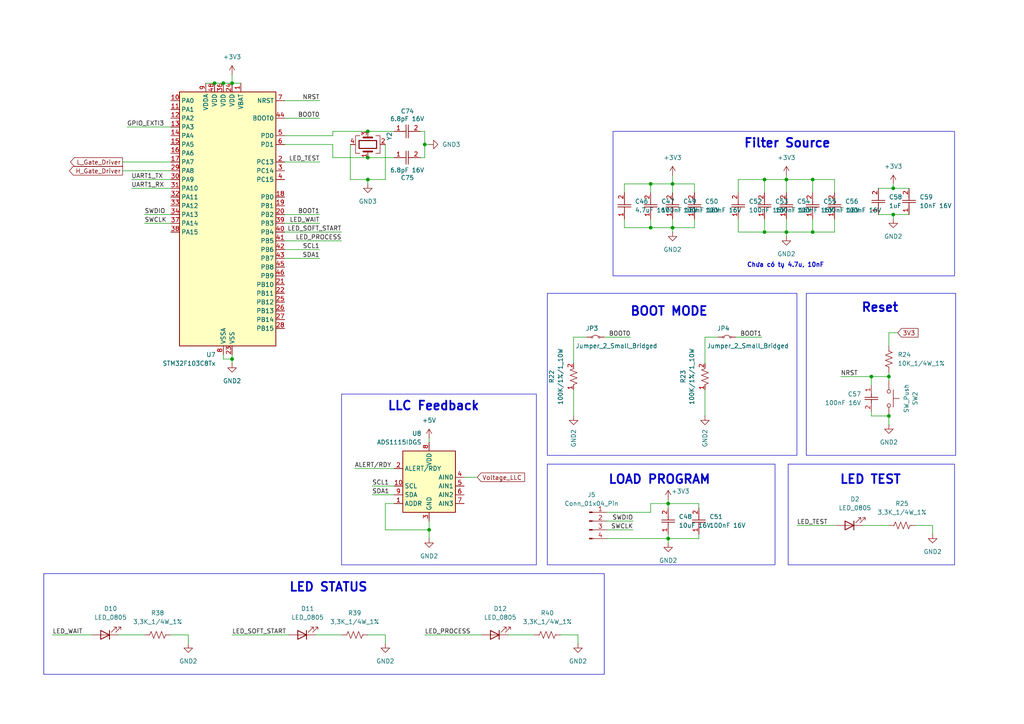
<source format=kicad_sch>
(kicad_sch (version 20231120) (generator "eeschema") (generator_version "8.0")
  (paper "A4")
  (lib_symbols
    (symbol "Connector:Conn_01x04_Pin" (pin_names (offset 1.016) hide)
      (property "Reference" "J" (at 0 5.08 0))
      (property "Value" "Conn_01x04_Pin" (at 0 -7.62 0))
      (symbol "Conn_01x04_Pin_1_1"
        (polyline (pts (xy 1.27 -5.08) (xy 0.8636 -5.08)) (stroke (width 0.1524)))
        (polyline (pts (xy 1.27 -2.54) (xy 0.8636 -2.54)) (stroke (width 0.1524)))
        (polyline (pts (xy 1.27 0) (xy 0.8636 0)) (stroke (width 0.1524)))
        (polyline (pts (xy 1.27 2.54) (xy 0.8636 2.54)) (stroke (width 0.1524)))
        (rectangle (start 0.8636 -4.953) (end 0 -5.207) (stroke (width 0.1524)) (fill (type outline)))
        (rectangle (start 0.8636 -2.413) (end 0 -2.667) (stroke (width 0.1524)) (fill (type outline)))
        (rectangle (start 0.8636 0.127) (end 0 -0.127) (stroke (width 0.1524)) (fill (type outline)))
        (rectangle (start 0.8636 2.667) (end 0 2.413) (stroke (width 0.1524)) (fill (type outline)))
        (pin passive line (at 5.08 2.54 180) (length 3.81) (name "Pin_1") (number "1"))
        (pin passive line (at 5.08 0 180) (length 3.81) (name "Pin_2") (number "2"))
        (pin passive line (at 5.08 -2.54 180) (length 3.81) (name "Pin_3") (number "3"))
        (pin passive line (at 5.08 -5.08 180) (length 3.81) (name "Pin_4") (number "4"))
      )
    )
    (symbol "Jumper:Jumper_2_Small_Bridged" (pin_numbers hide) (pin_names (offset 0) hide) (exclude_from_sim yes)
      (property "Reference" "JP" (at 0 2.032 0))
      (property "Value" "Jumper_2_Small_Bridged" (at 0 -2.286 0))
      (symbol "Jumper_2_Small_Bridged_0_0"
        (circle (center -1.016 0) (radius 0.254))
        (circle (center 1.016 0) (radius 0.254))
      )
      (symbol "Jumper_2_Small_Bridged_0_1"
        (arc (start 0.762 0.254) (mid 0 0.5696) (end -0.762 0.254))
      )
      (symbol "Jumper_2_Small_Bridged_1_1"
        (pin passive line (at -2.54 0 0) (length 1.27) (name "A") (number "1"))
        (pin passive line (at 2.54 0 180) (length 1.27) (name "B") (number "2"))
      )
    )
    (symbol "MCU_ST_STM32F1:STM32F103C8Tx"
      (property "Reference" "U" (at -12.7 39.37 0))
      (property "Value" "STM32F103C8Tx" (at 10.16 39.37 0))
      (symbol "STM32F103C8Tx_0_1"
        (rectangle (start -12.7 -35.56) (end 15.24 38.1) (stroke (width 0.254)) (fill (type background)))
      )
      (symbol "STM32F103C8Tx_1_1"
        (pin power_in line (at -2.54 40.64 270) (length 2.54) (name "VBAT") (number "1"))
        (pin bidirectional line (at 17.78 35.56 180) (length 2.54) (name "PA0") (number "10"))
        (pin bidirectional line (at 17.78 33.02 180) (length 2.54) (name "PA1") (number "11"))
        (pin bidirectional line (at 17.78 30.48 180) (length 2.54) (name "PA2") (number "12"))
        (pin bidirectional line (at 17.78 27.94 180) (length 2.54) (name "PA3") (number "13"))
        (pin bidirectional line (at 17.78 25.4 180) (length 2.54) (name "PA4") (number "14"))
        (pin bidirectional line (at 17.78 22.86 180) (length 2.54) (name "PA5") (number "15"))
        (pin bidirectional line (at 17.78 20.32 180) (length 2.54) (name "PA6") (number "16"))
        (pin bidirectional line (at 17.78 17.78 180) (length 2.54) (name "PA7") (number "17"))
        (pin bidirectional line (at -15.24 7.62 0) (length 2.54) (name "PB0") (number "18"))
        (pin bidirectional line (at -15.24 5.08 0) (length 2.54) (name "PB1") (number "19"))
        (pin bidirectional line (at -15.24 17.78 0) (length 2.54) (name "PC13") (number "2"))
        (pin bidirectional line (at -15.24 2.54 0) (length 2.54) (name "PB2") (number "20"))
        (pin bidirectional line (at -15.24 -17.78 0) (length 2.54) (name "PB10") (number "21"))
        (pin bidirectional line (at -15.24 -20.32 0) (length 2.54) (name "PB11") (number "22"))
        (pin power_in line (at 0 -38.1 90) (length 2.54) (name "VSS") (number "23"))
        (pin power_in line (at 0 40.64 270) (length 2.54) (name "VDD") (number "24"))
        (pin bidirectional line (at -15.24 -22.86 0) (length 2.54) (name "PB12") (number "25"))
        (pin bidirectional line (at -15.24 -25.4 0) (length 2.54) (name "PB13") (number "26"))
        (pin bidirectional line (at -15.24 -27.94 0) (length 2.54) (name "PB14") (number "27"))
        (pin bidirectional line (at -15.24 -30.48 0) (length 2.54) (name "PB15") (number "28"))
        (pin bidirectional line (at 17.78 15.24 180) (length 2.54) (name "PA8") (number "29"))
        (pin bidirectional line (at -15.24 15.24 0) (length 2.54) (name "PC14") (number "3"))
        (pin bidirectional line (at 17.78 12.7 180) (length 2.54) (name "PA9") (number "30"))
        (pin bidirectional line (at 17.78 10.16 180) (length 2.54) (name "PA10") (number "31"))
        (pin bidirectional line (at 17.78 7.62 180) (length 2.54) (name "PA11") (number "32"))
        (pin bidirectional line (at 17.78 5.08 180) (length 2.54) (name "PA12") (number "33"))
        (pin bidirectional line (at 17.78 2.54 180) (length 2.54) (name "PA13") (number "34"))
        (pin passive line (at 0 -38.1 90) (length 2.54) hide (name "VSS") (number "35"))
        (pin power_in line (at 2.54 40.64 270) (length 2.54) (name "VDD") (number "36"))
        (pin bidirectional line (at 17.78 0 180) (length 2.54) (name "PA14") (number "37"))
        (pin bidirectional line (at 17.78 -2.54 180) (length 2.54) (name "PA15") (number "38"))
        (pin bidirectional line (at -15.24 0 0) (length 2.54) (name "PB3") (number "39"))
        (pin bidirectional line (at -15.24 12.7 0) (length 2.54) (name "PC15") (number "4"))
        (pin bidirectional line (at -15.24 -2.54 0) (length 2.54) (name "PB4") (number "40"))
        (pin bidirectional line (at -15.24 -5.08 0) (length 2.54) (name "PB5") (number "41"))
        (pin bidirectional line (at -15.24 -7.62 0) (length 2.54) (name "PB6") (number "42"))
        (pin bidirectional line (at -15.24 -10.16 0) (length 2.54) (name "PB7") (number "43"))
        (pin input line (at -15.24 30.48 0) (length 2.54) (name "BOOT0") (number "44"))
        (pin bidirectional line (at -15.24 -12.7 0) (length 2.54) (name "PB8") (number "45"))
        (pin bidirectional line (at -15.24 -15.24 0) (length 2.54) (name "PB9") (number "46"))
        (pin passive line (at 0 -38.1 90) (length 2.54) hide (name "VSS") (number "47"))
        (pin power_in line (at 5.08 40.64 270) (length 2.54) (name "VDD") (number "48"))
        (pin bidirectional line (at -15.24 25.4 0) (length 2.54) (name "PD0") (number "5"))
        (pin bidirectional line (at -15.24 22.86 0) (length 2.54) (name "PD1") (number "6"))
        (pin input line (at -15.24 35.56 0) (length 2.54) (name "NRST") (number "7"))
        (pin power_in line (at 2.54 -38.1 90) (length 2.54) (name "VSSA") (number "8"))
        (pin power_in line (at 7.62 40.64 270) (length 2.54) (name "VDDA") (number "9"))
      )
    )
    (symbol "charge_battery_sym_lib:ADS1115IDGS"
      (property "Reference" "U" (at 2.54 13.97 0))
      (property "Value" "ADS1115IDGS" (at 7.62 11.43 0))
      (symbol "ADS1115IDGS_0_1"
        (rectangle (start -7.62 10.16) (end 7.62 -7.62) (stroke (width 0.254)) (fill (type background)))
      )
      (symbol "ADS1115IDGS_1_1"
        (pin input line (at 10.16 -5.08 180) (length 2.54) (name "ADDR") (number "1"))
        (pin input line (at 10.16 0 180) (length 2.54) (name "SCL") (number "10"))
        (pin output line (at 10.16 5.08 180) (length 2.54) (name "ALERT/RDY") (number "2"))
        (pin power_in line (at 0 -10.16 90) (length 2.54) (name "GND") (number "3"))
        (pin input line (at -10.16 2.54 0) (length 2.54) (name "AIN0") (number "4"))
        (pin input line (at -10.16 0 0) (length 2.54) (name "AIN1") (number "5"))
        (pin input line (at -10.16 -2.54 0) (length 2.54) (name "AIN2") (number "6"))
        (pin input line (at -10.16 -5.08 0) (length 2.54) (name "AIN3") (number "7"))
        (pin power_in line (at 0 12.7 270) (length 2.54) (name "VDD") (number "8"))
        (pin bidirectional line (at 10.16 -2.54 180) (length 2.54) (name "SDA") (number "9"))
      )
    )
    (symbol "charge_battery_sym_lib:Ceramic_Cap_Hole_1uF_50V_"
      (property "Reference" "C" (at -1.524 0.762 0))
      (property "Value" "1uF " (at 0.254 5.334 0))
      (symbol "Ceramic_Cap_Hole_1uF_50V__1_1"
        (polyline (pts (xy -1.27 -2.032) (xy -0.3302 -2.032)) (stroke (width 0.2032)))
        (polyline (pts (xy -0.3302 -3.937) (xy -0.3302 -0.127)) (stroke (width 0.2032)))
        (polyline (pts (xy 0.3048 -3.937) (xy 0.3048 -0.127)) (stroke (width 0.2032)))
        (polyline (pts (xy 0.3048 -2.032) (xy 1.27 -2.032)) (stroke (width 0.2032)))
        (pin unspecified line (at -3.81 -2.032 0) (length 2.54) (name "") (number "1"))
        (pin unspecified line (at 3.81 -2.032 180) (length 2.54) (name "") (number "2"))
      )
    )
    (symbol "charge_battery_sym_lib:Ceramic_Cap_SMD_100nF_16V"
      (property "Reference" "C" (at -1.524 0.762 0))
      (property "Value" "100nF 16V" (at 0.254 5.334 0))
      (symbol "Ceramic_Cap_SMD_100nF_16V_1_1"
        (polyline (pts (xy -1.27 -2.032) (xy -0.3302 -2.032)) (stroke (width 0.2032)))
        (polyline (pts (xy -0.3302 -3.937) (xy -0.3302 -0.127)) (stroke (width 0.2032)))
        (polyline (pts (xy 0.3048 -3.937) (xy 0.3048 -0.127)) (stroke (width 0.2032)))
        (polyline (pts (xy 0.3048 -2.032) (xy 1.27 -2.032)) (stroke (width 0.2032)))
        (pin unspecified line (at -3.81 -2.032 0) (length 2.54) (name "") (number "1"))
        (pin unspecified line (at 3.81 -2.032 180) (length 2.54) (name "") (number "2"))
      )
    )
    (symbol "charge_battery_sym_lib:Ceramic_Cap_SMD_10uF_16V"
      (property "Reference" "C" (at -1.524 0.762 0))
      (property "Value" "10uF 16V" (at 0.254 5.334 0))
      (symbol "Ceramic_Cap_SMD_10uF_16V_1_1"
        (polyline (pts (xy -1.27 -2.032) (xy -0.3302 -2.032)) (stroke (width 0.2032)))
        (polyline (pts (xy -0.3302 -3.937) (xy -0.3302 -0.127)) (stroke (width 0.2032)))
        (polyline (pts (xy 0.3048 -3.937) (xy 0.3048 -0.127)) (stroke (width 0.2032)))
        (polyline (pts (xy 0.3048 -2.032) (xy 1.27 -2.032)) (stroke (width 0.2032)))
        (pin unspecified line (at -3.81 -2.032 0) (length 2.54) (name "") (number "1"))
        (pin unspecified line (at 3.81 -2.032 180) (length 2.54) (name "") (number "2"))
      )
    )
    (symbol "charge_battery_sym_lib:Crystal_8MHz_SMD-4PIN" (pin_names (offset 1.016) hide)
      (property "Reference" "Y" (at 3.175 5.08 0))
      (property "Value" "Crystal_8MHz_SMD-4PIN" (at 3.175 3.175 0))
      (symbol "Crystal_8MHz_SMD-4PIN_0_1"
        (rectangle (start -1.143 2.54) (end 1.143 -2.54) (stroke (width 0.3048)))
        (polyline (pts (xy -2.54 0) (xy -2.032 0)))
        (polyline (pts (xy -2.032 -1.27) (xy -2.032 1.27)) (stroke (width 0.508)))
        (polyline (pts (xy 0 -3.81) (xy 0 -3.556)))
        (polyline (pts (xy 0 3.556) (xy 0 3.81)))
        (polyline (pts (xy 2.032 -1.27) (xy 2.032 1.27)) (stroke (width 0.508)))
        (polyline (pts (xy 2.032 0) (xy 2.54 0)))
        (polyline (pts (xy -2.54 -2.286) (xy -2.54 -3.556) (xy 2.54 -3.556) (xy 2.54 -2.286)))
        (polyline (pts (xy -2.54 2.286) (xy -2.54 3.556) (xy 2.54 3.556) (xy 2.54 2.286)))
      )
      (symbol "Crystal_8MHz_SMD-4PIN_1_1"
        (pin passive line (at -3.81 0 0) (length 1.27) (name "1") (number "1"))
        (pin passive line (at 0 5.08 270) (length 1.27) (name "2") (number "2"))
        (pin passive line (at 3.81 0 180) (length 1.27) (name "3") (number "3"))
        (pin passive line (at 0 -5.08 90) (length 1.27) (name "4") (number "4"))
      )
    )
    (symbol "charge_battery_sym_lib:LED_0805" (pin_numbers hide) (pin_names (offset 1.016) hide)
      (property "Reference" "D" (at 0 2.54 0))
      (property "Value" "LED_0805" (at 0 -2.54 0))
      (symbol "LED_0805_0_1"
        (polyline (pts (xy -1.27 -1.27) (xy -1.27 1.27)) (stroke (width 0.254)))
        (polyline (pts (xy -1.27 0) (xy 1.27 0)))
        (polyline (pts (xy 1.27 -1.27) (xy 1.27 1.27) (xy -1.27 0) (xy 1.27 -1.27)) (stroke (width 0.254)))
        (polyline (pts (xy -3.048 -0.762) (xy -4.572 -2.286) (xy -3.81 -2.286) (xy -4.572 -2.286) (xy -4.572 -1.524)))
        (polyline (pts (xy -1.778 -0.762) (xy -3.302 -2.286) (xy -2.54 -2.286) (xy -3.302 -2.286) (xy -3.302 -1.524)))
      )
      (symbol "LED_0805_1_1"
        (pin passive line (at -3.81 0 0) (length 2.54) (name "K") (number "1"))
        (pin passive line (at 3.81 0 180) (length 2.54) (name "A") (number "2"))
      )
    )
    (symbol "charge_battery_sym_lib:Res_200K_0603_1%"
      (property "Reference" "R" (at 0 -3.81 0))
      (property "Value" "200K/1%/1_10W" (at 1.27 -8.89 0))
      (symbol "Res_200K_0603_1%_0_1"
        (polyline (pts (xy -1.016 -6.35) (xy -1.27 -6.35)))
        (polyline (pts (xy 3.556 -6.35) (xy 3.81 -6.35)))
        (polyline (pts (xy -1.016 -6.35) (xy -0.635 -5.334) (xy -0.254 -6.35) (xy 0.127 -7.366) (xy 0.508 -6.35)))
        (polyline (pts (xy 0.508 -6.35) (xy 0.889 -5.334) (xy 1.27 -6.35) (xy 1.651 -7.366) (xy 2.032 -6.35)))
        (polyline (pts (xy 2.032 -6.35) (xy 2.413 -5.334) (xy 2.794 -6.35) (xy 3.175 -7.366) (xy 3.556 -6.35)))
      )
      (symbol "Res_200K_0603_1%_1_1"
        (pin passive line (at -2.54 -6.35 0) (length 1.27) (name "~") (number "1"))
        (pin passive line (at 5.08 -6.35 180) (length 1.27) (name "~") (number "2"))
      )
    )
    (symbol "charge_battery_sym_lib:Res_hole_10K_1/4W_1%" (pin_numbers hide) (pin_names (offset 0))
      (property "Reference" "R" (at 1.016 1.016 0))
      (property "Value" "10K_1/4W_1%" (at 1.27 -3.81 0))
      (symbol "Res_hole_10K_1/4W_1%_0_1"
        (polyline (pts (xy -1.016 -1.27) (xy -1.27 -1.27)))
        (polyline (pts (xy 3.556 -1.27) (xy 3.81 -1.27)))
        (polyline (pts (xy -1.016 -1.27) (xy -0.635 -0.254) (xy -0.254 -1.27) (xy 0.127 -2.286) (xy 0.508 -1.27)))
        (polyline (pts (xy 0.508 -1.27) (xy 0.889 -0.254) (xy 1.27 -1.27) (xy 1.651 -2.286) (xy 2.032 -1.27)))
        (polyline (pts (xy 2.032 -1.27) (xy 2.413 -0.254) (xy 2.794 -1.27) (xy 3.175 -2.286) (xy 3.556 -1.27)))
      )
      (symbol "Res_hole_10K_1/4W_1%_1_1"
        (pin passive line (at -2.54 -1.27 0) (length 1.27) (name "~") (number "1"))
        (pin passive line (at 5.08 -1.27 180) (length 1.27) (name "~") (number "2"))
      )
    )
    (symbol "charge_battery_sym_lib:Res_hole_3,3K_1/4W_1%" (pin_numbers hide) (pin_names (offset 0))
      (property "Reference" "R" (at 1.016 1.016 0))
      (property "Value" "3,3K_1/4W_1%" (at 1.27 -3.81 0))
      (symbol "Res_hole_3,3K_1/4W_1%_0_1"
        (polyline (pts (xy -1.016 -1.27) (xy -1.27 -1.27)))
        (polyline (pts (xy 3.556 -1.27) (xy 3.81 -1.27)))
        (polyline (pts (xy -1.016 -1.27) (xy -0.635 -0.254) (xy -0.254 -1.27) (xy 0.127 -2.286) (xy 0.508 -1.27)))
        (polyline (pts (xy 0.508 -1.27) (xy 0.889 -0.254) (xy 1.27 -1.27) (xy 1.651 -2.286) (xy 2.032 -1.27)))
        (polyline (pts (xy 2.032 -1.27) (xy 2.413 -0.254) (xy 2.794 -1.27) (xy 3.175 -2.286) (xy 3.556 -1.27)))
      )
      (symbol "Res_hole_3,3K_1/4W_1%_1_1"
        (pin passive line (at -2.54 -1.27 0) (length 1.27) (name "~") (number "1"))
        (pin passive line (at 5.08 -1.27 180) (length 1.27) (name "~") (number "2"))
      )
    )
    (symbol "charge_battery_sym_lib:SW_Push" (pin_numbers hide) (pin_names (offset 1.016) hide)
      (property "Reference" "SW" (at 1.27 2.54 0))
      (property "Value" "SW_Push" (at 0 -1.524 0))
      (symbol "SW_Push_0_1"
        (circle (center -2.032 0) (radius 0.508))
        (polyline (pts (xy 0 1.27) (xy 0 3.048)))
        (polyline (pts (xy 2.54 1.27) (xy -2.54 1.27)))
        (circle (center 2.032 0) (radius 0.508))
        (pin passive line (at -5.08 0 0) (length 2.54) (name "1") (number "1"))
        (pin passive line (at 5.08 0 180) (length 2.54) (name "2") (number "2"))
      )
    )
    (symbol "power:+3V3" (power) (pin_numbers hide) (pin_names (offset 0) hide)
      (property "Value" "+3V3" (at 0 3.556 0))
      (symbol "+3V3_0_1"
        (polyline (pts (xy -0.762 1.27) (xy 0 2.54)))
        (polyline (pts (xy 0 0) (xy 0 2.54)))
        (polyline (pts (xy 0 2.54) (xy 0.762 1.27)))
      )
      (symbol "+3V3_1_1"
        (pin power_in line (at 0 0 90) (length 0) (name "~") (number "1"))
      )
    )
    (symbol "power:+5V" (power) (pin_numbers hide) (pin_names (offset 0) hide)
      (property "Value" "+5V" (at 0 3.556 0))
      (symbol "+5V_0_1"
        (polyline (pts (xy -0.762 1.27) (xy 0 2.54)))
        (polyline (pts (xy 0 0) (xy 0 2.54)))
        (polyline (pts (xy 0 2.54) (xy 0.762 1.27)))
      )
      (symbol "+5V_1_1"
        (pin power_in line (at 0 0 90) (length 0) (name "~") (number "1"))
      )
    )
    (symbol "power:GND2" (power) (pin_numbers hide) (pin_names (offset 0) hide)
      (property "Value" "GND2" (at 0 -3.81 0))
      (symbol "GND2_0_1"
        (polyline (pts (xy 0 0) (xy 0 -1.27) (xy 1.27 -1.27) (xy 0 -2.54) (xy -1.27 -1.27) (xy 0 -1.27)))
      )
      (symbol "GND2_1_1"
        (pin power_in line (at 0 0 270) (length 0) (name "~") (number "1"))
      )
    )
    (symbol "power:GND3" (power) (pin_numbers hide) (pin_names (offset 0) hide)
      (property "Value" "GND3" (at 0 -3.81 0))
      (symbol "GND3_0_1"
        (polyline (pts (xy 0 0) (xy 0 -1.27) (xy 1.27 -1.27) (xy 0 -2.54) (xy -1.27 -1.27) (xy 0 -1.27)))
      )
      (symbol "GND3_1_1"
        (pin power_in line (at 0 0 270) (length 0) (name "~") (number "1"))
      )
    )
  )
  (junction (at 195.072 53.34))
  (junction (at 67.31 104.14))
  (junction (at 228.092 52.07))
  (junction (at 193.802 156.21))
  (junction (at 193.802 146.05))
  (junction (at 195.072 66.04))
  (junction (at 259.08 54.61))
  (junction (at 259.08 62.23))
  (junction (at 67.31 24.13))
  (junction (at 124.46 153.67))
  (junction (at 62.23 24.13))
  (junction (at 188.722 53.34))
  (junction (at 235.712 52.07))
  (junction (at 221.742 52.07))
  (junction (at 228.092 67.31))
  (junction (at 123.19 41.91))
  (junction (at 252.73 109.22))
  (junction (at 235.712 67.31))
  (junction (at 106.68 45.72))
  (junction (at 106.68 38.1))
  (junction (at 64.77 24.13))
  (junction (at 188.722 66.04))
  (junction (at 106.68 52.07))
  (junction (at 221.742 67.31))
  (junction (at 257.81 109.22))
  (junction (at 257.81 120.65))
  (wire (pts (xy 54.61 186.69) (xy 54.61 184.15)))
  (wire (pts (xy 188.722 148.59) (xy 188.722 146.05)))
  (wire (pts (xy 195.072 53.34) (xy 195.072 55.88)))
  (wire (pts (xy 228.092 52.07) (xy 228.092 55.88)))
  (wire (pts (xy 35.56 49.53) (xy 49.53 49.53)))
  (wire (pts (xy 270.51 152.4) (xy 265.43 152.4)))
  (wire (pts (xy 92.71 34.29) (xy 82.55 34.29)))
  (wire (pts (xy 176.022 148.59) (xy 188.722 148.59)))
  (wire (pts (xy 92.71 74.93) (xy 82.55 74.93)))
  (wire (pts (xy 114.3 45.72) (xy 106.68 45.72)))
  (wire (pts (xy 111.76 186.69) (xy 111.76 184.15)))
  (wire (pts (xy 176.022 151.13) (xy 183.642 151.13)))
  (wire (pts (xy 62.23 24.13) (xy 59.69 24.13)))
  (wire (pts (xy 166.37 97.79) (xy 166.37 105.41)))
  (wire (pts (xy 257.81 96.52) (xy 257.81 100.33)))
  (wire (pts (xy 228.092 67.31) (xy 235.712 67.31)))
  (wire (pts (xy 175.26 97.79) (xy 182.88 97.79)))
  (wire (pts (xy 96.52 45.72) (xy 106.68 45.72)))
  (wire (pts (xy 193.802 154.94) (xy 193.802 156.21)))
  (wire (pts (xy 123.19 184.15) (xy 139.7 184.15)))
  (wire (pts (xy 270.51 154.94) (xy 270.51 152.4)))
  (wire (pts (xy 257.81 107.95) (xy 257.81 109.22)))
  (wire (pts (xy 92.71 29.21) (xy 82.55 29.21)))
  (wire (pts (xy 257.81 123.19) (xy 257.81 120.65)))
  (wire (pts (xy 41.91 184.15) (xy 34.29 184.15)))
  (wire (pts (xy 111.76 41.91) (xy 111.76 52.07)))
  (wire (pts (xy 214.122 63.5) (xy 214.122 67.31)))
  (wire (pts (xy 195.072 67.31) (xy 195.072 66.04)))
  (wire (pts (xy 259.08 63.5) (xy 259.08 62.23)))
  (wire (pts (xy 64.77 24.13) (xy 62.23 24.13)))
  (wire (pts (xy 188.722 63.5) (xy 188.722 66.04)))
  (wire (pts (xy 138.43 138.43) (xy 134.62 138.43)))
  (wire (pts (xy 124.46 151.13) (xy 124.46 153.67)))
  (wire (pts (xy 114.3 135.89) (xy 102.87 135.89)))
  (wire (pts (xy 193.802 146.05) (xy 193.802 147.32)))
  (wire (pts (xy 111.76 184.15) (xy 106.68 184.15)))
  (wire (pts (xy 96.52 39.37) (xy 96.52 38.1)))
  (wire (pts (xy 114.3 38.1) (xy 106.68 38.1)))
  (wire (pts (xy 123.19 41.91) (xy 123.19 45.72)))
  (wire (pts (xy 257.81 109.22) (xy 257.81 110.49)))
  (wire (pts (xy 167.64 184.15) (xy 162.56 184.15)))
  (wire (pts (xy 231.14 152.4) (xy 242.57 152.4)))
  (wire (pts (xy 54.61 184.15) (xy 49.53 184.15)))
  (wire (pts (xy 67.31 104.14) (xy 67.31 105.41)))
  (wire (pts (xy 201.422 53.34) (xy 201.422 55.88)))
  (wire (pts (xy 214.122 55.88) (xy 214.122 52.07)))
  (wire (pts (xy 15.24 184.15) (xy 26.67 184.15)))
  (wire (pts (xy 96.52 41.91) (xy 82.55 41.91)))
  (wire (pts (xy 176.022 156.21) (xy 193.802 156.21)))
  (wire (pts (xy 204.47 120.65) (xy 204.47 113.03)))
  (wire (pts (xy 188.722 53.34) (xy 188.722 55.88)))
  (wire (pts (xy 254.762 62.23) (xy 259.08 62.23)))
  (wire (pts (xy 49.53 52.07) (xy 38.1 52.07)))
  (wire (pts (xy 257.81 152.4) (xy 250.19 152.4)))
  (wire (pts (xy 235.712 52.07) (xy 242.062 52.07)))
  (wire (pts (xy 214.122 52.07) (xy 221.742 52.07)))
  (wire (pts (xy 242.062 52.07) (xy 242.062 55.88)))
  (wire (pts (xy 195.072 50.8) (xy 195.072 53.34)))
  (wire (pts (xy 235.712 63.5) (xy 235.712 67.31)))
  (wire (pts (xy 92.71 62.23) (xy 82.55 62.23)))
  (wire (pts (xy 221.742 52.07) (xy 228.092 52.07)))
  (wire (pts (xy 92.71 64.77) (xy 82.55 64.77)))
  (wire (pts (xy 114.3 143.51) (xy 107.95 143.51)))
  (wire (pts (xy 228.092 50.8) (xy 228.092 52.07)))
  (wire (pts (xy 252.73 119.38) (xy 252.73 120.65)))
  (wire (pts (xy 188.722 53.34) (xy 195.072 53.34)))
  (wire (pts (xy 213.36 97.79) (xy 220.98 97.79)))
  (wire (pts (xy 221.742 63.5) (xy 221.742 67.31)))
  (wire (pts (xy 123.19 38.1) (xy 123.19 41.91)))
  (wire (pts (xy 96.52 38.1) (xy 106.68 38.1)))
  (wire (pts (xy 252.73 109.22) (xy 252.73 111.76)))
  (wire (pts (xy 259.08 54.61) (xy 263.652 54.61)))
  (wire (pts (xy 82.55 69.85) (xy 99.06 69.85)))
  (wire (pts (xy 124.46 153.67) (xy 124.46 156.21)))
  (wire (pts (xy 259.08 62.23) (xy 263.652 62.23)))
  (wire (pts (xy 201.422 63.5) (xy 201.422 66.04)))
  (wire (pts (xy 193.802 157.48) (xy 193.802 156.21)))
  (wire (pts (xy 111.76 52.07) (xy 106.68 52.07)))
  (wire (pts (xy 195.072 63.5) (xy 195.072 66.04)))
  (wire (pts (xy 204.47 97.79) (xy 204.47 105.41)))
  (wire (pts (xy 114.3 140.97) (xy 107.95 140.97)))
  (wire (pts (xy 202.692 146.05) (xy 202.692 147.32)))
  (wire (pts (xy 99.06 184.15) (xy 91.44 184.15)))
  (wire (pts (xy 243.84 109.22) (xy 252.73 109.22)))
  (wire (pts (xy 235.712 55.88) (xy 235.712 52.07)))
  (wire (pts (xy 35.56 46.99) (xy 49.53 46.99)))
  (wire (pts (xy 123.19 38.1) (xy 121.92 38.1)))
  (wire (pts (xy 181.102 55.88) (xy 181.102 53.34)))
  (wire (pts (xy 101.6 41.91) (xy 101.6 52.07)))
  (wire (pts (xy 195.072 53.34) (xy 201.422 53.34)))
  (wire (pts (xy 259.08 53.34) (xy 259.08 54.61)))
  (wire (pts (xy 228.092 63.5) (xy 228.092 67.31)))
  (wire (pts (xy 201.422 66.04) (xy 195.072 66.04)))
  (wire (pts (xy 242.062 63.5) (xy 242.062 67.31)))
  (wire (pts (xy 181.102 66.04) (xy 181.102 63.5)))
  (wire (pts (xy 69.85 24.13) (xy 67.31 24.13)))
  (wire (pts (xy 170.18 97.79) (xy 166.37 97.79)))
  (wire (pts (xy 99.06 67.31) (xy 82.55 67.31)))
  (wire (pts (xy 193.802 144.78) (xy 193.802 146.05)))
  (wire (pts (xy 214.122 67.31) (xy 221.742 67.31)))
  (wire (pts (xy 67.31 24.13) (xy 64.77 24.13)))
  (wire (pts (xy 92.71 46.99) (xy 82.55 46.99)))
  (wire (pts (xy 154.94 184.15) (xy 147.32 184.15)))
  (wire (pts (xy 188.722 66.04) (xy 181.102 66.04)))
  (wire (pts (xy 49.53 54.61) (xy 38.1 54.61)))
  (wire (pts (xy 106.68 52.07) (xy 106.68 53.34)))
  (wire (pts (xy 64.77 102.87) (xy 64.77 104.14)))
  (wire (pts (xy 221.742 67.31) (xy 228.092 67.31)))
  (wire (pts (xy 228.092 52.07) (xy 235.712 52.07)))
  (wire (pts (xy 67.31 184.15) (xy 83.82 184.15)))
  (wire (pts (xy 49.53 36.83) (xy 36.83 36.83)))
  (wire (pts (xy 202.692 156.21) (xy 202.692 154.94)))
  (wire (pts (xy 252.73 109.22) (xy 257.81 109.22)))
  (wire (pts (xy 96.52 39.37) (xy 82.55 39.37)))
  (wire (pts (xy 252.73 120.65) (xy 257.81 120.65)))
  (wire (pts (xy 221.742 52.07) (xy 221.742 55.88)))
  (wire (pts (xy 64.77 104.14) (xy 67.31 104.14)))
  (wire (pts (xy 111.76 146.05) (xy 114.3 146.05)))
  (wire (pts (xy 49.53 64.77) (xy 41.91 64.77)))
  (wire (pts (xy 96.52 41.91) (xy 96.52 45.72)))
  (wire (pts (xy 254.762 54.61) (xy 259.08 54.61)))
  (wire (pts (xy 167.64 186.69) (xy 167.64 184.15)))
  (wire (pts (xy 260.35 96.52) (xy 257.81 96.52)))
  (wire (pts (xy 111.76 153.67) (xy 124.46 153.67)))
  (wire (pts (xy 193.802 146.05) (xy 202.692 146.05)))
  (wire (pts (xy 181.102 53.34) (xy 188.722 53.34)))
  (wire (pts (xy 235.712 67.31) (xy 242.062 67.31)))
  (wire (pts (xy 111.76 146.05) (xy 111.76 153.67)))
  (wire (pts (xy 67.31 21.59) (xy 67.31 24.13)))
  (wire (pts (xy 208.28 97.79) (xy 204.47 97.79)))
  (wire (pts (xy 123.19 45.72) (xy 121.92 45.72)))
  (wire (pts (xy 124.46 41.91) (xy 123.19 41.91)))
  (wire (pts (xy 49.53 62.23) (xy 41.91 62.23)))
  (wire (pts (xy 188.722 146.05) (xy 193.802 146.05)))
  (wire (pts (xy 188.722 66.04) (xy 195.072 66.04)))
  (wire (pts (xy 176.022 153.67) (xy 183.642 153.67)))
  (wire (pts (xy 106.68 52.07) (xy 101.6 52.07)))
  (wire (pts (xy 124.46 127) (xy 124.46 128.27)))
  (wire (pts (xy 67.31 104.14) (xy 67.31 102.87)))
  (wire (pts (xy 92.71 72.39) (xy 82.55 72.39)))
  (wire (pts (xy 228.092 68.58) (xy 228.092 67.31)))
  (wire (pts (xy 166.37 120.65) (xy 166.37 113.03)))
  (wire (pts (xy 193.802 156.21) (xy 202.692 156.21)))
  (rectangle (start 158.75 85.09) (end 231.14 132.08))
  (rectangle (start 177.8 38.1) (end 276.86 80.01))
  (rectangle (start 158.75 134.62) (end 224.79 163.83))
  (rectangle (start 228.6 134.62) (end 276.86 163.83))
  (rectangle (start 233.8578 85.09) (end 277.1902 132.08))
  (rectangle (start 12.7 166.37) (end 175.26 195.58))
  (rectangle (start 99.06 114.3) (end 155.575 163.83))
  (text "Chưa có tụ 4.7u, 10nF" (at 227.838 76.962 0) (effects (font (size 1.27 1.27) (thickness 0.254) (bold yes))))
  (text "Filter Source" (at 228.346 41.656 0) (effects (font (size 2.54 2.54) (thickness 0.508) (bold yes))))
  (text "BOOT MODE" (at 194.056 90.424 0) (effects (font (size 2.54 2.54) (bold yes))))
  (text "LED TEST" (at 252.476 139.192 0) (effects (font (size 2.54 2.54) (bold yes))))
  (text "Reset\n" (at 255.2192 89.3318 0) (effects (font (size 2.54 2.54) (bold yes))))
  (text "LOAD PROGRAM" (at 191.262 139.192 0) (effects (font (size 2.54 2.54) (bold yes))))
  (text "LLC Feedback" (at 125.73 117.856 0) (effects (font (size 2.54 2.54) (bold yes))))
  (text "LED STATUS" (at 95.25 170.434 0) (effects (font (size 2.54 2.54) (bold yes))))
  (label "SCL1" (at 92.71 72.39 180))
  (label "BOOT1" (at 220.98 97.79 180))
  (label "LED_WAIT" (at 92.71 64.77 180))
  (label "UART1_RX" (at 38.1 54.61 0))
  (label "NRST" (at 92.71 29.21 180))
  (label "SDA1" (at 107.95 143.51 0))
  (label "SDA1" (at 92.71 74.93 180))
  (label "LED_PROCESS" (at 123.19 184.15 0))
  (label "BOOT1" (at 92.71 62.23 180))
  (label "LED_SOFT_START" (at 67.31 184.15 0))
  (label "LED_WAIT" (at 15.24 184.15 0))
  (label "SWDIO" (at 183.642 151.13 180))
  (label "SWCLK" (at 183.642 153.67 180))
  (label "SWCLK" (at 41.91 64.77 0))
  (label "BOOT0" (at 92.71 34.29 180))
  (label "SCL1" (at 107.95 140.97 0))
  (label "NRST" (at 243.84 109.22 0))
  (label "GPIO_EXTI3" (at 36.83 36.83 0))
  (label "BOOT0" (at 182.88 97.79 180))
  (label "LED_PROCESS" (at 99.06 69.85 180))
  (label "LED_TEST" (at 92.71 46.99 180))
  (label "LED_TEST" (at 231.14 152.4 0))
  (label "LED_SOFT_START" (at 99.06 67.31 180))
  (label "ALERT{slash}RDY" (at 102.87 135.89 0))
  (label "SWDIO" (at 41.91 62.23 0))
  (label "UART1_TX" (at 38.1 52.07 0))
  (global_label "3V3" (shape input) (at 260.35 96.52 0) (property "Intersheetrefs" "${INTERSHEET_REFS}" (effects (hide yes))))
  (global_label "L_Gate_Driver" (shape output) (at 35.56 46.99 180) (property "Intersheetrefs" "${INTERSHEET_REFS}" (effects (hide yes))))
  (global_label "H_Gate_Driver" (shape output) (at 35.56 49.53 180) (property "Intersheetrefs" "${INTERSHEET_REFS}" (effects (hide yes))))
  (global_label "Voltage_LLC" (shape input) (at 138.43 138.43 0) (property "Intersheetrefs" "${INTERSHEET_REFS}" (effects (hide yes))))
  (symbol (lib_id "charge_battery_sym_lib:Ceramic_Cap_SMD_100nF_16V") (at 200.66 151.13 90) (unit 1)
    (property "Reference" "C51" (at 205.74 149.8599 90) (effects (justify right)))
    (property "Value" "100nF 16V" (at 205.74 152.3999 90) (effects (justify right)))
    (property "Footprint" "charge_battery_footprint_lib:C_0603_1608Metric" (effects (hide yes)))
    (property "Datasheet" "https://www.mouser.vn/datasheet/2/40/KYOCERA_AutoMLCCKAM-3106308.pdf" (effects (hide yes)))
    (property "Description" "10%, 0603 (1608 Metric)" (effects (hide yes)))
    (property "Supply name" "Thegioiic" (effects (hide yes)))
    (property "Supply part number" "Tụ Gốm 0603 100nF (0.1uF) 16V" (effects (hide yes)))
    (property "Supply URL" "https://www.thegioiic.com/tu-gom-0603-100nf-0-1uf-16v" (effects (hide yes)))
  )
  (symbol (lib_id "charge_battery_sym_lib:Crystal_8MHz_SMD-4PIN") (at 106.68 41.91 270) (mirror x) (unit 1)
    (property "Reference" "Y2" (at 112.9538 39.5224 0))
    (property "Value" "Crystal_8MHz_SMD-4PIN" (effects (hide yes)))
    (property "Footprint" "charge_battery_footprint_lib:IPP65R095C7" (effects (hide yes)))
    (property "Datasheet" "https://mm.digikey.com/Volume0/opasdata/d220001/medias/docus/1859/CX3225SB16000D0GZJC1_Spec.pdf" (effects (hide yes)))
    (property "Description" "Four pin crystal, GND on pins 2 and 4" (effects (hide yes)))
    (property "Supply name" "Thegioiic" (effects (hide yes)))
    (property "Supply part number" "Thạch Anh 8MHz 3225 4 Chân SMD" (effects (hide yes)))
    (property "Supply URL" "https://www.thegioiic.com/thach-anh-8mhz-3225-4-chan-smd" (effects (hide yes)))
  )
  (symbol (lib_id "charge_battery_sym_lib:Res_hole_10K_1/4W_1%") (at 256.54 105.41 90) (unit 1)
    (property "Reference" "R24" (at 260.35 102.8699 90) (effects (justify right)))
    (property "Value" "10K_1/4W_1%" (at 260.35 105.4099 90) (effects (justify right)))
    (property "Footprint" "charge_battery_footprint_lib:Res_10K_1_4W_1%" (effects (hide yes)))
    (property "Description" "Resistor" (effects (hide yes)))
    (property "Supply name " "Thegioiic" (effects (hide yes)))
    (property "Supply part number" "Điện Trở 10 KOhm 1/4W 1% 5 Vòng Màu" (effects (hide yes)))
    (property "Supply URL" "https://www.thegioiic.com/dien-tro-10-kohm-1-4w-1-5-vong-mau" (effects (hide yes)))
  )
  (symbol (lib_id "charge_battery_sym_lib:SW_Push") (at 257.81 115.57 270) (mirror x) (unit 1)
    (property "Reference" "SW2" (at 265.43 115.57 0))
    (property "Value" "SW_Push" (at 262.89 115.57 0))
    (property "Footprint" "charge_battery_footprint_lib:SW_SMD" (effects (hide yes)))
    (property "Description" "Push button switch, generic, two pins" (effects (hide yes)))
    (property "Supply name" "Thegioiic" (effects (hide yes)))
    (property "Supply part number" "Nút Nhấn 3x4mm Cao 2.5mm 2 Chân SMD" (effects (hide yes)))
    (property "Suppy URL" "https://www.thegioiic.com/nut-nhan-3x4mm-cao-2-5mm-2-chan-smd" (effects (hide yes)))
  )
  (symbol (lib_id "power:GND3") (at 106.68 53.34 0) (mirror y) (unit 1)
    (property "Reference" "#PWR064" (effects (hide yes)))
    (property "Value" "GND3" (at 106.68 58.42 0))
    (property "Description" "Power symbol creates a global label with name \"GND3\" , ground" (effects (hide yes)))
  )
  (symbol (lib_id "power:GND2") (at 270.51 154.94 0) (unit 1)
    (property "Reference" "#PWR041" (effects (hide yes)))
    (property "Value" "GND2" (at 270.51 160.02 0))
    (property "Description" "Power symbol creates a global label with name \"GND2\" , ground" (effects (hide yes)))
  )
  (symbol (lib_id "power:+3V3") (at 259.08 53.34 0) (unit 1)
    (property "Reference" "#PWR039" (effects (hide yes)))
    (property "Value" "+3V3" (at 259.08 48.26 0))
    (property "Description" "Power symbol creates a global label with name \"+3V3\"" (effects (hide yes)))
  )
  (symbol (lib_id "power:GND2") (at 204.47 120.65 0) (unit 1)
    (property "Reference" "#PWR035" (effects (hide yes)))
    (property "Value" "GND2" (at 204.4699 124.46 90) (effects (justify right)))
    (property "Description" "Power symbol creates a global label with name \"GND2\" , ground" (effects (hide yes)))
  )
  (symbol (lib_id "power:GND2") (at 228.092 68.58 0) (unit 1)
    (property "Reference" "#PWR037" (effects (hide yes)))
    (property "Value" "GND2" (at 228.092 73.66 0))
    (property "Description" "Power symbol creates a global label with name \"GND2\" , ground" (effects (hide yes)))
  )
  (symbol (lib_id "power:GND2") (at 167.64 186.69 0) (unit 1)
    (property "Reference" "#PWR066" (effects (hide yes)))
    (property "Value" "GND2" (at 167.64 191.77 0))
    (property "Description" "Power symbol creates a global label with name \"GND2\" , ground" (effects (hide yes)))
  )
  (symbol (lib_id "charge_battery_sym_lib:Ceramic_Cap_SMD_100nF_16V") (at 250.698 115.57 90) (mirror x) (unit 1)
    (property "Reference" "C57" (at 249.7836 114.2999 90) (effects (justify left)))
    (property "Value" "100nF 16V" (at 249.7836 116.8399 90) (effects (justify left)))
    (property "Footprint" "charge_battery_footprint_lib:C_0603_1608Metric" (effects (hide yes)))
    (property "Datasheet" "https://www.mouser.vn/datasheet/2/40/KYOCERA_AutoMLCCKAM-3106308.pdf" (effects (hide yes)))
    (property "Description" "10%, 0603 (1608 Metric)" (effects (hide yes)))
    (property "Supply name" "Thegioiic" (effects (hide yes)))
    (property "Supply part number" "Tụ Gốm 0603 100nF (0.1uF) 16V" (effects (hide yes)))
    (property "Supply URL" "https://www.thegioiic.com/tu-gom-0603-100nf-0-1uf-16v" (effects (hide yes)))
  )
  (symbol (lib_id "charge_battery_sym_lib:Ceramic_Cap_SMD_100nF_16V") (at 226.06 59.69 90) (unit 1)
    (property "Reference" "C54" (at 231.14 58.4199 90) (effects (justify right)))
    (property "Value" "100nF 16V" (at 231.14 60.9599 90) (effects (justify right)))
    (property "Footprint" "charge_battery_footprint_lib:C_0603_1608Metric" (effects (hide yes)))
    (property "Datasheet" "https://www.mouser.vn/datasheet/2/40/KYOCERA_AutoMLCCKAM-3106308.pdf" (effects (hide yes)))
    (property "Description" "10%, 0603 (1608 Metric)" (effects (hide yes)))
    (property "Supply name" "Thegioiic" (effects (hide yes)))
    (property "Supply part number" "Tụ Gốm 0603 100nF (0.1uF) 16V" (effects (hide yes)))
    (property "Supply URL" "https://www.thegioiic.com/tu-gom-0603-100nf-0-1uf-16v" (effects (hide yes)))
  )
  (symbol (lib_id "charge_battery_sym_lib:Res_hole_3,3K_1/4W_1%") (at 157.48 182.88 0) (unit 1)
    (property "Reference" "R40" (at 158.75 177.8 0))
    (property "Value" "3,3K_1/4W_1%" (at 158.75 180.34 0))
    (property "Footprint" "charge_battery_footprint_lib:Res_3.3R_1_4W_1" (effects (hide yes)))
    (property "Description" "Resistor 3.3R 0.25W 1%" (effects (hide yes)))
    (property "Supply name " "Thegioiic" (effects (hide yes)))
    (property "Supply part number" "Điện Trở 3.3 Ohm 1/4W 1% 5 Vòng Màu" (effects (hide yes)))
    (property "Supply URL" "https://www.thegioiic.com/dien-tro-3-3-ohm-1-4w-1-5-vong-mau" (effects (hide yes)))
  )
  (symbol (lib_id "charge_battery_sym_lib:Res_200K_0603_1%") (at 172.72 110.49 270) (mirror x) (unit 1)
    (property "Reference" "R22" (at 160.02 109.22 0))
    (property "Value" "100K/1%/1_10W" (at 162.56 109.22 0))
    (property "Footprint" "charge_battery_footprint_lib:Res_200K_0603" (effects (hide yes)))
    (property "Datasheet" "https://fscdn.rohm.com/en/products/databook/datasheet/passive/resistor/chip_resistor/esr-e.pdf" (effects (hide yes)))
    (property "Description" "Res 200 KOhm 0603 1%" (effects (hide yes)))
    (property "Supply name" "Thegioiic" (effects (hide yes)))
    (property "Supply part number" "Điện Trở 200 KOhm 0603 1%" (effects (hide yes)))
    (property "Supply URL" "https://www.thegioiic.com/dien-tro-200-kohm-0603-1-" (effects (hide yes)))
  )
  (symbol (lib_id "charge_battery_sym_lib:Ceramic_Cap_Hole_1uF_50V_") (at 252.73 58.42 90) (unit 1)
    (property "Reference" "C58" (at 257.81 57.1499 90) (effects (justify right)))
    (property "Value" "1uF" (at 257.81 59.6899 90) (effects (justify right)))
    (property "Footprint" "charge_battery_footprint_lib:Ceramic_Cap_Hole_1uF_50V" (effects (hide yes)))
    (property "Description" "1uF ±10%, code 105" (effects (hide yes)))
    (property "Supply name" "Thegioiic" (effects (hide yes)))
    (property "Supply part number" "Tụ Gốm Multilayer 1uF 50V" (effects (hide yes)))
    (property "Supply URL" "https://www.thegioiic.com/tu-gom-multilayer-1uf-50v" (effects (hide yes)))
  )
  (symbol (lib_id "power:GND3") (at 124.46 41.91 90) (mirror x) (unit 1)
    (property "Reference" "#PWR063" (effects (hide yes)))
    (property "Value" "GND3" (at 128.27 41.9099 90) (effects (justify right)))
    (property "Description" "Power symbol creates a global label with name \"GND3\" , ground" (effects (hide yes)))
  )
  (symbol (lib_id "power:+3V3") (at 228.092 50.8 0) (unit 1)
    (property "Reference" "#PWR036" (effects (hide yes)))
    (property "Value" "+3V3" (at 228.092 45.72 0))
    (property "Description" "Power symbol creates a global label with name \"+3V3\"" (effects (hide yes)))
  )
  (symbol (lib_id "charge_battery_sym_lib:Ceramic_Cap_SMD_100nF_16V") (at 118.11 40.132 0) (mirror x) (unit 1)
    (property "Reference" "C74" (at 118.1608 32.258 0))
    (property "Value" "6.8pF 16V" (at 118.11 34.4678 0))
    (property "Footprint" "charge_battery_footprint_lib:C_0603_1608Metric" (effects (hide yes)))
    (property "Datasheet" "https://www.mouser.vn/datasheet/2/40/KYOCERA_AutoMLCCKAM-3106308.pdf" (effects (hide yes)))
    (property "Description" "10%, 0603 (1608 Metric)" (effects (hide yes)))
    (property "Supply name" "Thegioiic" (effects (hide yes)))
    (property "Supply part number" "Tụ Gốm 0603 100nF (0.1uF) 16V" (effects (hide yes)))
    (property "Supply URL" "https://www.thegioiic.com/tu-gom-0603-100nf-0-1uf-16v" (effects (hide yes)))
  )
  (symbol (lib_id "power:GND2") (at 259.08 63.5 0) (unit 1)
    (property "Reference" "#PWR040" (effects (hide yes)))
    (property "Value" "GND2" (at 259.08 68.58 0))
    (property "Description" "Power symbol creates a global label with name \"GND2\" , ground" (effects (hide yes)))
  )
  (symbol (lib_id "charge_battery_sym_lib:Res_hole_3,3K_1/4W_1%") (at 101.6 182.88 0) (unit 1)
    (property "Reference" "R39" (at 102.87 177.8 0))
    (property "Value" "3,3K_1/4W_1%" (at 102.87 180.34 0))
    (property "Footprint" "charge_battery_footprint_lib:Res_3.3R_1_4W_1" (effects (hide yes)))
    (property "Description" "Resistor 3.3R 0.25W 1%" (effects (hide yes)))
    (property "Supply name " "Thegioiic" (effects (hide yes)))
    (property "Supply part number" "Điện Trở 3.3 Ohm 1/4W 1% 5 Vòng Màu" (effects (hide yes)))
    (property "Supply URL" "https://www.thegioiic.com/dien-tro-3-3-ohm-1-4w-1-5-vong-mau" (effects (hide yes)))
  )
  (symbol (lib_id "charge_battery_sym_lib:Ceramic_Cap_SMD_100nF_16V") (at 219.71 59.69 90) (unit 1)
    (property "Reference" "C53" (at 224.79 58.4199 90) (effects (justify right)))
    (property "Value" "100nF 16V" (at 224.79 60.9599 90) (effects (justify right)))
    (property "Footprint" "charge_battery_footprint_lib:C_0603_1608Metric" (effects (hide yes)))
    (property "Datasheet" "https://www.mouser.vn/datasheet/2/40/KYOCERA_AutoMLCCKAM-3106308.pdf" (effects (hide yes)))
    (property "Description" "10%, 0603 (1608 Metric)" (effects (hide yes)))
    (property "Supply name" "Thegioiic" (effects (hide yes)))
    (property "Supply part number" "Tụ Gốm 0603 100nF (0.1uF) 16V" (effects (hide yes)))
    (property "Supply URL" "https://www.thegioiic.com/tu-gom-0603-100nf-0-1uf-16v" (effects (hide yes)))
  )
  (symbol (lib_id "power:GND2") (at 67.31 105.41 0) (mirror y) (unit 1)
    (property "Reference" "#PWR027" (effects (hide yes)))
    (property "Value" "GND2" (at 67.31 110.49 0))
    (property "Description" "Power symbol creates a global label with name \"GND2\" , ground" (effects (hide yes)))
  )
  (symbol (lib_id "MCU_ST_STM32F1:STM32F103C8Tx") (at 67.31 64.77 0) (mirror y) (unit 1)
    (property "Reference" "U7" (at 62.5759 102.87 0) (effects (justify left)))
    (property "Value" "STM32F103C8Tx" (at 62.5759 105.41 0) (effects (justify left)))
    (property "Footprint" "Package_QFP:LQFP-48_7x7mm_P0.5mm" (effects (hide yes)))
    (property "Datasheet" "https://www.st.com/resource/en/datasheet/stm32f103c8.pdf" (effects (hide yes)))
    (property "Description" "STMicroelectronics Arm Cortex-M3 MCU, 64KB flash, 20KB RAM, 72 MHz, 2.0-3.6V, 37 GPIO, LQFP48" (effects (hide yes)))
  )
  (symbol (lib_id "Jumper:Jumper_2_Small_Bridged") (at 172.72 97.79 0) (unit 1) (exclude_from_sim yes)
    (property "Reference" "JP3" (at 171.704 95.25 0))
    (property "Value" "Jumper_2_Small_Bridged" (at 178.816 100.33 0))
    (property "Footprint" "TestPoint:TestPoint_2Pads_Pitch2.54mm_Drill0.8mm" (effects (hide yes)))
    (property "Description" "Jumper, 2-pole, small symbol, bridged" (effects (hide yes)))
  )
  (symbol (lib_id "charge_battery_sym_lib:Ceramic_Cap_SMD_100nF_16V") (at 199.39 59.69 90) (unit 1)
    (property "Reference" "C50" (at 204.47 58.4199 90) (effects (justify right)))
    (property "Value" "100nF 16V" (at 204.47 60.9599 90) (effects (justify right)))
    (property "Footprint" "charge_battery_footprint_lib:C_0603_1608Metric" (effects (hide yes)))
    (property "Datasheet" "https://www.mouser.vn/datasheet/2/40/KYOCERA_AutoMLCCKAM-3106308.pdf" (effects (hide yes)))
    (property "Description" "10%, 0603 (1608 Metric)" (effects (hide yes)))
    (property "Supply name" "Thegioiic" (effects (hide yes)))
    (property "Supply part number" "Tụ Gốm 0603 100nF (0.1uF) 16V" (effects (hide yes)))
    (property "Supply URL" "https://www.thegioiic.com/tu-gom-0603-100nf-0-1uf-16v" (effects (hide yes)))
  )
  (symbol (lib_id "Connector:Conn_01x04_Pin") (at 170.942 151.13 0) (unit 1)
    (property "Reference" "J5" (at 171.577 143.51 0))
    (property "Value" "Conn_01x04_Pin" (at 171.577 146.05 0))
    (property "Description" "Generic connector, single row, 01x04, script generated" (effects (hide yes)))
  )
  (symbol (lib_id "charge_battery_sym_lib:Ceramic_Cap_SMD_100nF_16V") (at 261.62 58.42 90) (unit 1)
    (property "Reference" "C59" (at 266.7 57.1499 90) (effects (justify right)))
    (property "Value" "10nF 16V" (at 266.7 59.6899 90) (effects (justify right)))
    (property "Footprint" "charge_battery_footprint_lib:C_0603_1608Metric" (effects (hide yes)))
    (property "Datasheet" "https://www.mouser.vn/datasheet/2/40/KYOCERA_AutoMLCCKAM-3106308.pdf" (effects (hide yes)))
    (property "Description" "10%, 0603 (1608 Metric)" (effects (hide yes)))
    (property "Supply name" "Thegioiic" (effects (hide yes)))
    (property "Supply part number" "Tụ Gốm 0603 100nF (0.1uF) 16V" (effects (hide yes)))
    (property "Supply URL" "https://www.thegioiic.com/tu-gom-0603-100nf-0-1uf-16v" (effects (hide yes)))
  )
  (symbol (lib_id "power:+3V3") (at 193.802 144.78 0) (unit 1)
    (property "Reference" "#PWR031" (effects (hide yes)))
    (property "Value" "+3V3" (at 197.358 142.494 0))
    (property "Description" "Power symbol creates a global label with name \"+3V3\"" (effects (hide yes)))
  )
  (symbol (lib_id "power:GND2") (at 257.81 123.19 0) (unit 1)
    (property "Reference" "#PWR038" (effects (hide yes)))
    (property "Value" "GND2" (at 257.81 128.27 0))
    (property "Description" "Power symbol creates a global label with name \"GND2\" , ground" (effects (hide yes)))
  )
  (symbol (lib_id "charge_battery_sym_lib:Res_hole_3,3K_1/4W_1%") (at 44.45 182.88 0) (unit 1)
    (property "Reference" "R38" (at 45.72 177.8 0))
    (property "Value" "3,3K_1/4W_1%" (at 45.72 180.34 0))
    (property "Footprint" "charge_battery_footprint_lib:Res_3.3R_1_4W_1" (effects (hide yes)))
    (property "Description" "Resistor 3.3R 0.25W 1%" (effects (hide yes)))
    (property "Supply name " "Thegioiic" (effects (hide yes)))
    (property "Supply part number" "Điện Trở 3.3 Ohm 1/4W 1% 5 Vòng Màu" (effects (hide yes)))
    (property "Supply URL" "https://www.thegioiic.com/dien-tro-3-3-ohm-1-4w-1-5-vong-mau" (effects (hide yes)))
  )
  (symbol (lib_id "charge_battery_sym_lib:ADS1115IDGS") (at 124.46 140.97 0) (mirror y) (unit 1)
    (property "Reference" "U8" (at 122.2659 125.73 0) (effects (justify left)))
    (property "Value" "ADS1115IDGS" (at 122.2659 128.27 0) (effects (justify left)))
    (property "Footprint" "charge_battery_footprint_lib:VSSOP-10_3x3mm_P0.5mm" (effects (hide yes)))
    (property "Datasheet" "http://www.ti.com/lit/ds/symlink/ads1113.pdf" (effects (hide yes)))
    (property "Description" "Ultra-Small, Low-Power, I2C-Compatible, 860-SPS, 16-Bit ADCs With Internal Reference, Oscillator, and Programmable Comparator, VSSOP-10" (effects (hide yes)))
    (property "Supply name" "Thegioiic" (effects (hide yes)))
    (property " Supply part number" "ADS1115IDGSR IC ADC 16-Bit Sigma-Delta 10-VSSOP" (effects (hide yes)))
    (property "Supply URL" "https://www.thegioiic.com/ads1115idgsr-ic-adc-16-bit-sigma-delta-10-vssop" (effects (hide yes)))
  )
  (symbol (lib_id "power:+5V") (at 124.46 127 0) (mirror y) (unit 1)
    (property "Reference" "#PWR028" (effects (hide yes)))
    (property "Value" "+5V" (at 124.46 121.92 0))
    (property "Description" "Power symbol creates a global label with name \"+5V\"" (effects (hide yes)))
  )
  (symbol (lib_id "charge_battery_sym_lib:LED_0805") (at 30.48 184.15 180) (unit 1)
    (property "Reference" "D10" (at 32.0675 176.53 0))
    (property "Value" "LED_0805" (at 32.0675 179.07 0))
    (property "Footprint" "charge_battery_footprint_lib:LED_0805" (effects (hide yes)))
    (property "Description" "Light emitting diode" (effects (hide yes)))
    (property "Supply name" "Thegioiic" (effects (hide yes)))
    (property "Supply part number" "LED Xanh Lá 0805 Dán SMD Trong Suốt" (effects (hide yes)))
    (property "Supply URL" "https://www.thegioiic.com/led-xanh-la-0805-dan-smd-trong-suot" (effects (hide yes)))
  )
  (symbol (lib_id "power:GND2") (at 111.76 186.69 0) (unit 1)
    (property "Reference" "#PWR062" (effects (hide yes)))
    (property "Value" "GND2" (at 111.76 191.77 0))
    (property "Description" "Power symbol creates a global label with name \"GND2\" , ground" (effects (hide yes)))
  )
  (symbol (lib_id "charge_battery_sym_lib:LED_0805") (at 87.63 184.15 180) (unit 1)
    (property "Reference" "D11" (at 89.2175 176.53 0))
    (property "Value" "LED_0805" (at 89.2175 179.07 0))
    (property "Footprint" "charge_battery_footprint_lib:LED_0805" (effects (hide yes)))
    (property "Description" "Light emitting diode" (effects (hide yes)))
    (property "Supply name" "Thegioiic" (effects (hide yes)))
    (property "Supply part number" "LED Xanh Lá 0805 Dán SMD Trong Suốt" (effects (hide yes)))
    (property "Supply URL" "https://www.thegioiic.com/led-xanh-la-0805-dan-smd-trong-suot" (effects (hide yes)))
  )
  (symbol (lib_id "charge_battery_sym_lib:Ceramic_Cap_SMD_100nF_16V") (at 212.09 59.69 90) (unit 1)
    (property "Reference" "C52" (at 217.17 58.4199 90) (effects (justify right)))
    (property "Value" "100nF 16V" (at 217.17 60.9599 90) (effects (justify right)))
    (property "Footprint" "charge_battery_footprint_lib:C_0603_1608Metric" (effects (hide yes)))
    (property "Datasheet" "https://www.mouser.vn/datasheet/2/40/KYOCERA_AutoMLCCKAM-3106308.pdf" (effects (hide yes)))
    (property "Description" "10%, 0603 (1608 Metric)" (effects (hide yes)))
    (property "Supply name" "Thegioiic" (effects (hide yes)))
    (property "Supply part number" "Tụ Gốm 0603 100nF (0.1uF) 16V" (effects (hide yes)))
    (property "Supply URL" "https://www.thegioiic.com/tu-gom-0603-100nf-0-1uf-16v" (effects (hide yes)))
  )
  (symbol (lib_id "charge_battery_sym_lib:LED_0805") (at 143.51 184.15 180) (unit 1)
    (property "Reference" "D12" (at 145.0975 176.53 0))
    (property "Value" "LED_0805" (at 145.0975 179.07 0))
    (property "Footprint" "charge_battery_footprint_lib:LED_0805" (effects (hide yes)))
    (property "Description" "Light emitting diode" (effects (hide yes)))
    (property "Supply name" "Thegioiic" (effects (hide yes)))
    (property "Supply part number" "LED Xanh Lá 0805 Dán SMD Trong Suốt" (effects (hide yes)))
    (property "Supply URL" "https://www.thegioiic.com/led-xanh-la-0805-dan-smd-trong-suot" (effects (hide yes)))
  )
  (symbol (lib_id "charge_battery_sym_lib:Ceramic_Cap_SMD_100nF_16V") (at 193.04 59.69 90) (unit 1)
    (property "Reference" "C49" (at 198.12 58.4199 90) (effects (justify right)))
    (property "Value" "100nF 16V" (at 198.12 60.9599 90) (effects (justify right)))
    (property "Footprint" "charge_battery_footprint_lib:C_0603_1608Metric" (effects (hide yes)))
    (property "Datasheet" "https://www.mouser.vn/datasheet/2/40/KYOCERA_AutoMLCCKAM-3106308.pdf" (effects (hide yes)))
    (property "Description" "10%, 0603 (1608 Metric)" (effects (hide yes)))
    (property "Supply name" "Thegioiic" (effects (hide yes)))
    (property "Supply part number" "Tụ Gốm 0603 100nF (0.1uF) 16V" (effects (hide yes)))
    (property "Supply URL" "https://www.thegioiic.com/tu-gom-0603-100nf-0-1uf-16v" (effects (hide yes)))
  )
  (symbol (lib_id "charge_battery_sym_lib:Ceramic_Cap_SMD_100nF_16V") (at 186.69 59.69 90) (unit 1)
    (property "Reference" "C47" (at 191.77 58.4199 90) (effects (justify right)))
    (property "Value" "100nF 16V" (at 191.77 60.9599 90) (effects (justify right)))
    (property "Footprint" "charge_battery_footprint_lib:C_0603_1608Metric" (effects (hide yes)))
    (property "Datasheet" "https://www.mouser.vn/datasheet/2/40/KYOCERA_AutoMLCCKAM-3106308.pdf" (effects (hide yes)))
    (property "Description" "10%, 0603 (1608 Metric)" (effects (hide yes)))
    (property "Supply name" "Thegioiic" (effects (hide yes)))
    (property "Supply part number" "Tụ Gốm 0603 100nF (0.1uF) 16V" (effects (hide yes)))
    (property "Supply URL" "https://www.thegioiic.com/tu-gom-0603-100nf-0-1uf-16v" (effects (hide yes)))
  )
  (symbol (lib_id "power:GND2") (at 193.802 157.48 0) (unit 1)
    (property "Reference" "#PWR032" (effects (hide yes)))
    (property "Value" "GND2" (at 193.802 162.56 0))
    (property "Description" "Power symbol creates a global label with name \"GND2\" , ground" (effects (hide yes)))
  )
  (symbol (lib_id "power:+3V3") (at 195.072 50.8 0) (unit 1)
    (property "Reference" "#PWR033" (effects (hide yes)))
    (property "Value" "+3V3" (at 195.072 45.72 0))
    (property "Description" "Power symbol creates a global label with name \"+3V3\"" (effects (hide yes)))
  )
  (symbol (lib_id "charge_battery_sym_lib:Ceramic_Cap_SMD_100nF_16V") (at 233.68 59.69 90) (unit 1)
    (property "Reference" "C55" (at 238.76 58.4199 90) (effects (justify right)))
    (property "Value" "100nF 16V" (at 238.76 60.9599 90) (effects (justify right)))
    (property "Footprint" "charge_battery_footprint_lib:C_0603_1608Metric" (effects (hide yes)))
    (property "Datasheet" "https://www.mouser.vn/datasheet/2/40/KYOCERA_AutoMLCCKAM-3106308.pdf" (effects (hide yes)))
    (property "Description" "10%, 0603 (1608 Metric)" (effects (hide yes)))
    (property "Supply name" "Thegioiic" (effects (hide yes)))
    (property "Supply part number" "Tụ Gốm 0603 100nF (0.1uF) 16V" (effects (hide yes)))
    (property "Supply URL" "https://www.thegioiic.com/tu-gom-0603-100nf-0-1uf-16v" (effects (hide yes)))
  )
  (symbol (lib_id "charge_battery_sym_lib:Ceramic_Cap_SMD_10uF_16V") (at 191.77 151.13 90) (unit 1)
    (property "Reference" "C48" (at 196.85 149.8599 90) (effects (justify right)))
    (property "Value" "10uF 16V" (at 196.85 152.3999 90) (effects (justify right)))
    (property "Footprint" "charge_battery_footprint_lib:Ceramic_Cap_10uF_16V" (effects (hide yes)))
    (property "Datasheet" "https://www.mouser.vn/datasheet/2/40/KYOCERA_AutoMLCCKAM-3106308.pdf" (effects (hide yes)))
    (property "Description" "10%, 0603 (1608 Metric)" (effects (hide yes)))
    (property "Supply name" "Thegioiic" (effects (hide yes)))
    (property "Supply part number" "Tụ Gốm 0603 10uF 16V" (effects (hide yes)))
    (property "Supply URL" "https://www.thegioiic.com/tu-gom-0603-10uf-16v" (effects (hide yes)))
  )
  (symbol (lib_id "charge_battery_sym_lib:LED_0805") (at 246.38 152.4 180) (unit 1)
    (property "Reference" "D2" (at 247.9675 144.78 0))
    (property "Value" "LED_0805" (at 247.9675 147.32 0))
    (property "Footprint" "charge_battery_footprint_lib:LED_0805" (effects (hide yes)))
    (property "Description" "Light emitting diode" (effects (hide yes)))
    (property "Supply name" "Thegioiic" (effects (hide yes)))
    (property "Supply part number" "LED Xanh Lá 0805 Dán SMD Trong Suốt" (effects (hide yes)))
    (property "Supply URL" "https://www.thegioiic.com/led-xanh-la-0805-dan-smd-trong-suot" (effects (hide yes)))
  )
  (symbol (lib_id "power:GND2") (at 166.37 120.65 0) (unit 1)
    (property "Reference" "#PWR030" (effects (hide yes)))
    (property "Value" "GND2" (at 166.3699 124.46 90) (effects (justify right)))
    (property "Description" "Power symbol creates a global label with name \"GND2\" , ground" (effects (hide yes)))
  )
  (symbol (lib_id "Jumper:Jumper_2_Small_Bridged") (at 210.82 97.79 0) (unit 1) (exclude_from_sim yes)
    (property "Reference" "JP4" (at 209.804 95.25 0))
    (property "Value" "Jumper_2_Small_Bridged" (at 216.916 100.33 0))
    (property "Footprint" "TestPoint:TestPoint_2Pads_Pitch2.54mm_Drill0.8mm" (effects (hide yes)))
    (property "Description" "Jumper, 2-pole, small symbol, bridged" (effects (hide yes)))
  )
  (symbol (lib_id "charge_battery_sym_lib:Res_hole_3,3K_1/4W_1%") (at 260.35 151.13 0) (unit 1)
    (property "Reference" "R25" (at 261.62 146.05 0))
    (property "Value" "3,3K_1/4W_1%" (at 261.62 148.59 0))
    (property "Footprint" "charge_battery_footprint_lib:Res_3.3R_1_4W_1" (effects (hide yes)))
    (property "Description" "Resistor 3.3R 0.25W 1%" (effects (hide yes)))
    (property "Supply name " "Thegioiic" (effects (hide yes)))
    (property "Supply part number" "Điện Trở 3.3 Ohm 1/4W 1% 5 Vòng Màu" (effects (hide yes)))
    (property "Supply URL" "https://www.thegioiic.com/dien-tro-3-3-ohm-1-4w-1-5-vong-mau" (effects (hide yes)))
  )
  (symbol (lib_id "charge_battery_sym_lib:Ceramic_Cap_SMD_100nF_16V") (at 240.03 59.69 90) (unit 1)
    (property "Reference" "C56" (at 245.11 58.4199 90) (effects (justify right)))
    (property "Value" "100nF 16V" (at 245.11 60.9599 90) (effects (justify right)))
    (property "Footprint" "charge_battery_footprint_lib:C_0603_1608Metric" (effects (hide yes)))
    (property "Datasheet" "https://www.mouser.vn/datasheet/2/40/KYOCERA_AutoMLCCKAM-3106308.pdf" (effects (hide yes)))
    (property "Description" "10%, 0603 (1608 Metric)" (effects (hide yes)))
    (property "Supply name" "Thegioiic" (effects (hide yes)))
    (property "Supply part number" "Tụ Gốm 0603 100nF (0.1uF) 16V" (effects (hide yes)))
    (property "Supply URL" "https://www.thegioiic.com/tu-gom-0603-100nf-0-1uf-16v" (effects (hide yes)))
  )
  (symbol (lib_id "charge_battery_sym_lib:Ceramic_Cap_SMD_10uF_16V") (at 179.07 59.69 90) (unit 1)
    (property "Reference" "C46" (at 184.15 58.4199 90) (effects (justify right)))
    (property "Value" "4.7uF 16V" (at 184.15 60.9599 90) (effects (justify right)))
    (property "Footprint" "charge_battery_footprint_lib:Ceramic_Cap_10uF_16V" (effects (hide yes)))
    (property "Datasheet" "https://www.mouser.vn/datasheet/2/40/KYOCERA_AutoMLCCKAM-3106308.pdf" (effects (hide yes)))
    (property "Description" "10%, 0603 (1608 Metric)" (effects (hide yes)))
    (property "Supply name" "Thegioiic" (effects (hide yes)))
    (property "Supply part number" "Tụ Gốm 0603 10uF 16V" (effects (hide yes)))
    (property "Supply URL" "https://www.thegioiic.com/tu-gom-0603-10uf-16v" (effects (hide yes)))
  )
  (symbol (lib_id "charge_battery_sym_lib:Ceramic_Cap_SMD_100nF_16V") (at 118.11 43.688 0) (unit 1)
    (property "Reference" "C75" (at 118.1608 51.562 0))
    (property "Value" "6.8pF 16V" (at 118.11 49.3522 0))
    (property "Footprint" "charge_battery_footprint_lib:C_0603_1608Metric" (effects (hide yes)))
    (property "Datasheet" "https://www.mouser.vn/datasheet/2/40/KYOCERA_AutoMLCCKAM-3106308.pdf" (effects (hide yes)))
    (property "Description" "10%, 0603 (1608 Metric)" (effects (hide yes)))
    (property "Supply name" "Thegioiic" (effects (hide yes)))
    (property "Supply part number" "Tụ Gốm 0603 100nF (0.1uF) 16V" (effects (hide yes)))
    (property "Supply URL" "https://www.thegioiic.com/tu-gom-0603-100nf-0-1uf-16v" (effects (hide yes)))
  )
  (symbol (lib_id "charge_battery_sym_lib:Res_200K_0603_1%") (at 210.82 110.49 270) (mirror x) (unit 1)
    (property "Reference" "R23" (at 198.12 109.22 0))
    (property "Value" "100K/1%/1_10W" (at 200.66 109.22 0))
    (property "Footprint" "charge_battery_footprint_lib:Res_200K_0603" (effects (hide yes)))
    (property "Datasheet" "https://fscdn.rohm.com/en/products/databook/datasheet/passive/resistor/chip_resistor/esr-e.pdf" (effects (hide yes)))
    (property "Description" "Res 200 KOhm 0603 1%" (effects (hide yes)))
    (property "Supply name" "Thegioiic" (effects (hide yes)))
    (property "Supply part number" "Điện Trở 200 KOhm 0603 1%" (effects (hide yes)))
    (property "Supply URL" "https://www.thegioiic.com/dien-tro-200-kohm-0603-1-" (effects (hide yes)))
  )
  (symbol (lib_id "power:GND2") (at 124.46 156.21 0) (mirror y) (unit 1)
    (property "Reference" "#PWR029" (effects (hide yes)))
    (property "Value" "GND2" (at 124.46 161.29 0))
    (property "Description" "Power symbol creates a global label with name \"GND2\" , ground" (effects (hide yes)))
  )
  (symbol (lib_id "power:GND2") (at 54.61 186.69 0) (unit 1)
    (property "Reference" "#PWR061" (effects (hide yes)))
    (property "Value" "GND2" (at 54.61 191.77 0))
    (property "Description" "Power symbol creates a global label with name \"GND2\" , ground" (effects (hide yes)))
  )
  (symbol (lib_id "power:+3V3") (at 67.31 21.59 0) (mirror y) (unit 1)
    (property "Reference" "#PWR026" (effects (hide yes)))
    (property "Value" "+3V3" (at 67.31 16.51 0))
    (property "Description" "Power symbol creates a global label with name \"+3V3\"" (effects (hide yes)))
  )
  (symbol (lib_id "power:GND2") (at 195.072 67.31 0) (unit 1)
    (property "Reference" "#PWR034" (effects (hide yes)))
    (property "Value" "GND2" (at 195.072 72.39 0))
    (property "Description" "Power symbol creates a global label with name \"GND2\" , ground" (effects (hide yes)))
  )
)
</source>
